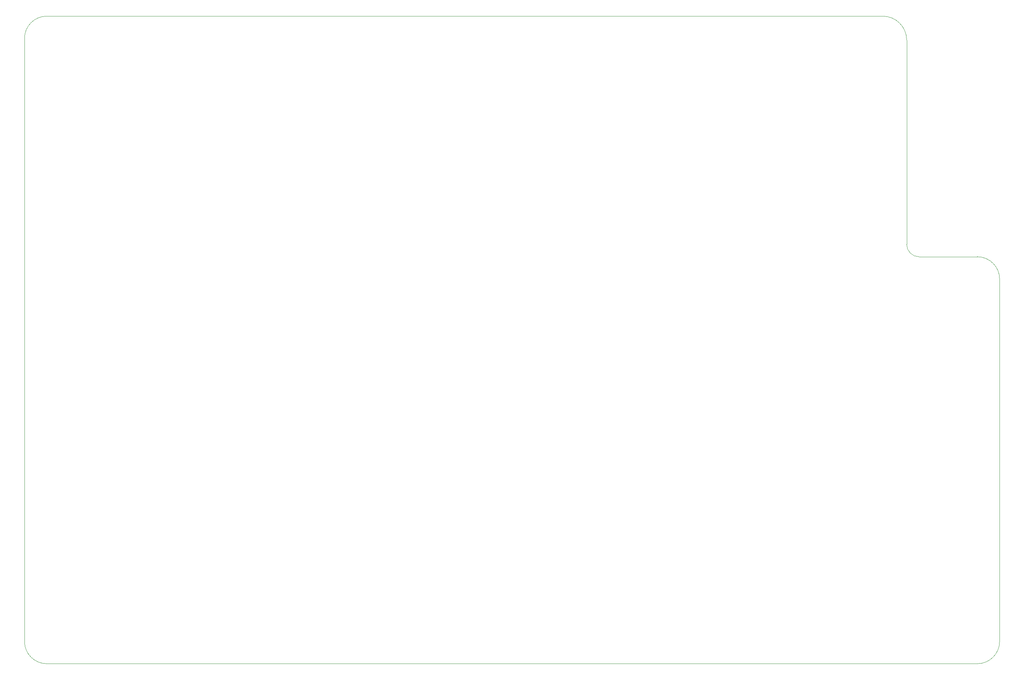
<source format=gm1>
G04 #@! TF.GenerationSoftware,KiCad,Pcbnew,8.0.1*
G04 #@! TF.CreationDate,2024-06-07T19:27:21+03:00*
G04 #@! TF.ProjectId,impeller18,696d7065-6c6c-4657-9231-382e6b696361,rev?*
G04 #@! TF.SameCoordinates,Original*
G04 #@! TF.FileFunction,Profile,NP*
%FSLAX46Y46*%
G04 Gerber Fmt 4.6, Leading zero omitted, Abs format (unit mm)*
G04 Created by KiCad (PCBNEW 8.0.1) date 2024-06-07 19:27:21*
%MOMM*%
%LPD*%
G01*
G04 APERTURE LIST*
G04 #@! TA.AperFunction,Profile*
%ADD10C,0.050000*%
G04 #@! TD*
G04 APERTURE END LIST*
D10*
X297676000Y-59106000D02*
X297676000Y-108606000D01*
X300676000Y-111606000D02*
X314778000Y-111606000D01*
X291876000Y-53306000D02*
G75*
G02*
X297676000Y-59106000I0J-5800000D01*
G01*
X314778000Y-111606000D02*
G75*
G02*
X320176000Y-117004000I0J-5398000D01*
G01*
X84102998Y-204808000D02*
X84102998Y-58704001D01*
X320176000Y-117004000D02*
X320176000Y-204808001D01*
X314778000Y-210206001D02*
X89500998Y-210206000D01*
X320176000Y-204808001D02*
G75*
G02*
X314778000Y-210206000I-5398000J1D01*
G01*
X84102998Y-58704001D02*
G75*
G02*
X89500999Y-53305998I5398002J1D01*
G01*
X300676000Y-111606000D02*
G75*
G02*
X297676000Y-108606000I0J3000000D01*
G01*
X89500998Y-210206000D02*
G75*
G02*
X84103000Y-204808000I2J5398000D01*
G01*
X89500999Y-53306000D02*
X291876000Y-53306000D01*
M02*

</source>
